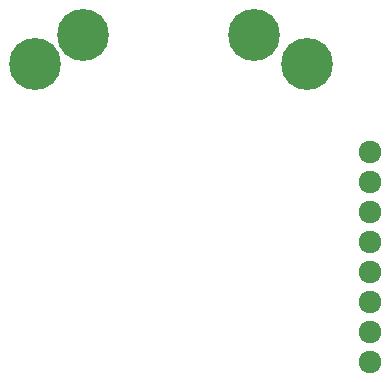
<source format=gbr>
G04 #@! TF.GenerationSoftware,KiCad,Pcbnew,(5.1.4-0-10_14)*
G04 #@! TF.CreationDate,2021-06-10T16:54:28+03:00*
G04 #@! TF.ProjectId,smart-plug,736d6172-742d-4706-9c75-672e6b696361,rev?*
G04 #@! TF.SameCoordinates,Original*
G04 #@! TF.FileFunction,Soldermask,Bot*
G04 #@! TF.FilePolarity,Negative*
%FSLAX46Y46*%
G04 Gerber Fmt 4.6, Leading zero omitted, Abs format (unit mm)*
G04 Created by KiCad (PCBNEW (5.1.4-0-10_14)) date 2021-06-10 16:54:28*
%MOMM*%
%LPD*%
G04 APERTURE LIST*
%ADD10C,1.924000*%
%ADD11C,4.400000*%
G04 APERTURE END LIST*
D10*
X194541000Y-91619000D03*
X194541000Y-96699000D03*
X194541000Y-83999000D03*
X194541000Y-89079000D03*
X194541000Y-94159000D03*
X194541000Y-86539000D03*
X194541000Y-101779000D03*
X194541000Y-99239000D03*
D11*
X170200000Y-74100000D03*
X166200000Y-76600000D03*
X184700000Y-74100000D03*
X189200000Y-76600000D03*
M02*

</source>
